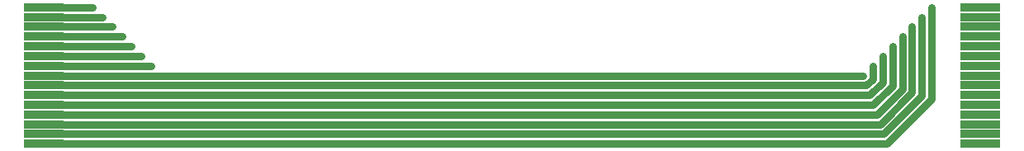
<source format=gbr>
%TF.GenerationSoftware,KiCad,Pcbnew,8.0.3*%
%TF.CreationDate,2024-11-15T18:21:39+09:00*%
%TF.ProjectId,FPC-MD-Main-002-20241115,4650432d-4d44-42d4-9d61-696e2d303032,rev?*%
%TF.SameCoordinates,Original*%
%TF.FileFunction,Copper,L2,Bot*%
%TF.FilePolarity,Positive*%
%FSLAX46Y46*%
G04 Gerber Fmt 4.6, Leading zero omitted, Abs format (unit mm)*
G04 Created by KiCad (PCBNEW 8.0.3) date 2024-11-15 18:21:39*
%MOMM*%
%LPD*%
G01*
G04 APERTURE LIST*
G04 Aperture macros list*
%AMRoundRect*
0 Rectangle with rounded corners*
0 $1 Rounding radius*
0 $2 $3 $4 $5 $6 $7 $8 $9 X,Y pos of 4 corners*
0 Add a 4 corners polygon primitive as box body*
4,1,4,$2,$3,$4,$5,$6,$7,$8,$9,$2,$3,0*
0 Add four circle primitives for the rounded corners*
1,1,$1+$1,$2,$3*
1,1,$1+$1,$4,$5*
1,1,$1+$1,$6,$7*
1,1,$1+$1,$8,$9*
0 Add four rect primitives between the rounded corners*
20,1,$1+$1,$2,$3,$4,$5,0*
20,1,$1+$1,$4,$5,$6,$7,0*
20,1,$1+$1,$6,$7,$8,$9,0*
20,1,$1+$1,$8,$9,$2,$3,0*%
G04 Aperture macros list end*
%TA.AperFunction,SMDPad,CuDef*%
%ADD10RoundRect,0.000000X2.000000X-0.350000X2.000000X0.350000X-2.000000X0.350000X-2.000000X-0.350000X0*%
%TD*%
%TA.AperFunction,SMDPad,CuDef*%
%ADD11RoundRect,0.000000X-2.000000X0.350000X-2.000000X-0.350000X2.000000X-0.350000X2.000000X0.350000X0*%
%TD*%
%TA.AperFunction,ViaPad*%
%ADD12C,0.600000*%
%TD*%
%TA.AperFunction,Conductor*%
%ADD13C,0.750000*%
%TD*%
G04 APERTURE END LIST*
D10*
%TO.P,J2,1,Pin_1*%
%TO.N,Net-(J1-Pin_1)*%
X96000000Y7000000D03*
%TO.P,J2,2,Pin_2*%
%TO.N,Net-(J1-Pin_2)*%
X96000000Y6000000D03*
%TO.P,J2,3,Pin_3*%
%TO.N,Net-(J1-Pin_3)*%
X96000000Y5000000D03*
%TO.P,J2,4,Pin_4*%
%TO.N,Net-(J1-Pin_4)*%
X96000000Y4000000D03*
%TO.P,J2,5,Pin_5*%
%TO.N,Net-(J1-Pin_5)*%
X96000000Y3000000D03*
%TO.P,J2,6,Pin_6*%
%TO.N,Net-(J1-Pin_6)*%
X96000000Y2000000D03*
%TO.P,J2,7,Pin_7*%
%TO.N,Net-(J1-Pin_7)*%
X96000000Y1000000D03*
%TO.P,J2,8,Pin_8*%
%TO.N,Net-(J1-Pin_8)*%
X96000000Y0D03*
%TO.P,J2,9,Pin_9*%
%TO.N,Net-(J1-Pin_9)*%
X96000000Y-1000000D03*
%TO.P,J2,10,Pin_10*%
%TO.N,Net-(J1-Pin_10)*%
X96000000Y-2000000D03*
%TO.P,J2,11,Pin_11*%
%TO.N,Net-(J1-Pin_11)*%
X96000000Y-3000000D03*
%TO.P,J2,12,Pin_12*%
%TO.N,Net-(J1-Pin_12)*%
X96000000Y-4000000D03*
%TO.P,J2,13,Pin_13*%
%TO.N,Net-(J1-Pin_13)*%
X96000000Y-5000000D03*
%TO.P,J2,14,Pin_14*%
%TO.N,Net-(J1-Pin_14)*%
X96000000Y-6000000D03*
%TO.P,J2,15,Pin_15*%
%TO.N,Net-(J1-Pin_15)*%
X96000000Y-7000000D03*
%TD*%
D11*
%TO.P,J1,1,Pin_1*%
%TO.N,Net-(J1-Pin_1)*%
X0Y-7000000D03*
%TO.P,J1,2,Pin_2*%
%TO.N,Net-(J1-Pin_2)*%
X0Y-6000000D03*
%TO.P,J1,3,Pin_3*%
%TO.N,Net-(J1-Pin_3)*%
X0Y-5000000D03*
%TO.P,J1,4,Pin_4*%
%TO.N,Net-(J1-Pin_4)*%
X0Y-4000000D03*
%TO.P,J1,5,Pin_5*%
%TO.N,Net-(J1-Pin_5)*%
X0Y-3000000D03*
%TO.P,J1,6,Pin_6*%
%TO.N,Net-(J1-Pin_6)*%
X0Y-2000000D03*
%TO.P,J1,7,Pin_7*%
%TO.N,Net-(J1-Pin_7)*%
X0Y-1000000D03*
%TO.P,J1,8,Pin_8*%
%TO.N,Net-(J1-Pin_8)*%
X0Y0D03*
%TO.P,J1,9,Pin_9*%
%TO.N,Net-(J1-Pin_9)*%
X0Y1000000D03*
%TO.P,J1,10,Pin_10*%
%TO.N,Net-(J1-Pin_10)*%
X0Y2000000D03*
%TO.P,J1,11,Pin_11*%
%TO.N,Net-(J1-Pin_11)*%
X0Y3000000D03*
%TO.P,J1,12,Pin_12*%
%TO.N,Net-(J1-Pin_12)*%
X0Y4000000D03*
%TO.P,J1,13,Pin_13*%
%TO.N,Net-(J1-Pin_13)*%
X0Y5000000D03*
%TO.P,J1,14,Pin_14*%
%TO.N,Net-(J1-Pin_14)*%
X0Y6000000D03*
%TO.P,J1,15,Pin_15*%
%TO.N,Net-(J1-Pin_15)*%
X0Y7000000D03*
%TD*%
D12*
%TO.N,Net-(J1-Pin_8)*%
X0Y0D03*
%TO.N,Net-(J1-Pin_7)*%
X0Y-1000000D03*
%TO.N,Net-(J1-Pin_6)*%
X0Y-2000000D03*
%TO.N,Net-(J1-Pin_5)*%
X0Y-3000000D03*
%TO.N,Net-(J1-Pin_4)*%
X0Y-4000000D03*
%TO.N,Net-(J1-Pin_3)*%
X0Y-5000000D03*
%TO.N,Net-(J1-Pin_8)*%
X84000000Y0D03*
%TO.N,Net-(J1-Pin_7)*%
X85000000Y1000000D03*
%TO.N,Net-(J1-Pin_6)*%
X86000000Y2000000D03*
%TO.N,Net-(J1-Pin_5)*%
X87000000Y3000000D03*
%TO.N,Net-(J1-Pin_4)*%
X88000000Y4000000D03*
%TO.N,Net-(J1-Pin_3)*%
X89000000Y5000000D03*
%TO.N,Net-(J1-Pin_15)*%
X5000000Y7000000D03*
%TO.N,Net-(J1-Pin_14)*%
X6000000Y6000000D03*
%TO.N,Net-(J1-Pin_13)*%
X7000000Y5000000D03*
%TO.N,Net-(J1-Pin_12)*%
X8000000Y4000000D03*
%TO.N,Net-(J1-Pin_11)*%
X9000000Y3000000D03*
%TO.N,Net-(J1-Pin_10)*%
X10000000Y2000000D03*
%TO.N,Net-(J1-Pin_9)*%
X11000000Y1000000D03*
%TO.N,Net-(J1-Pin_1)*%
X0Y-7000000D03*
%TO.N,Net-(J1-Pin_2)*%
X0Y-6000000D03*
%TO.N,Net-(J1-Pin_9)*%
X0Y1000000D03*
%TO.N,Net-(J1-Pin_10)*%
X0Y2000000D03*
%TO.N,Net-(J1-Pin_11)*%
X0Y3000000D03*
%TO.N,Net-(J1-Pin_12)*%
X0Y4000000D03*
%TO.N,Net-(J1-Pin_13)*%
X0Y5000000D03*
%TO.N,Net-(J1-Pin_14)*%
X0Y6000000D03*
%TO.N,Net-(J1-Pin_15)*%
X0Y7000000D03*
X96000000Y-7000000D03*
%TO.N,Net-(J1-Pin_14)*%
X96000000Y-6000000D03*
%TO.N,Net-(J1-Pin_13)*%
X96000000Y-5000000D03*
%TO.N,Net-(J1-Pin_12)*%
X96000000Y-4000000D03*
%TO.N,Net-(J1-Pin_11)*%
X96000000Y-3000000D03*
%TO.N,Net-(J1-Pin_10)*%
X96000000Y-2000000D03*
%TO.N,Net-(J1-Pin_9)*%
X96000000Y-1000000D03*
%TO.N,Net-(J1-Pin_8)*%
X96000000Y0D03*
%TO.N,Net-(J1-Pin_7)*%
X96000000Y1000000D03*
%TO.N,Net-(J1-Pin_6)*%
X96000000Y2000000D03*
%TO.N,Net-(J1-Pin_5)*%
X96000000Y3000000D03*
%TO.N,Net-(J1-Pin_4)*%
X96000000Y4000000D03*
%TO.N,Net-(J1-Pin_3)*%
X96000000Y5000000D03*
%TO.N,Net-(J1-Pin_2)*%
X96000000Y6000000D03*
%TO.N,Net-(J1-Pin_1)*%
X96000000Y7000000D03*
X91000000Y7000000D03*
%TO.N,Net-(J1-Pin_2)*%
X90000000Y6000000D03*
%TD*%
D13*
%TO.N,Net-(J1-Pin_1)*%
X86404520Y-7000000D02*
X0Y-7000000D01*
X91000000Y-2404520D02*
X86404520Y-7000000D01*
X91000000Y7000000D02*
X91000000Y-2404520D01*
%TO.N,Net-(J1-Pin_2)*%
X86061017Y-6000000D02*
X0Y-6000000D01*
X90000000Y-2061017D02*
X86061017Y-6000000D01*
X90000000Y6000000D02*
X90000000Y-2061017D01*
%TO.N,Net-(J1-Pin_3)*%
X85717514Y-5000000D02*
X0Y-5000000D01*
X89000000Y-1717514D02*
X85717514Y-5000000D01*
X89000000Y5000000D02*
X89000000Y-1717514D01*
%TO.N,Net-(J1-Pin_5)*%
X85030509Y-3000000D02*
X0Y-3000000D01*
X87000000Y-1030509D02*
X85030509Y-3000000D01*
X87000000Y3000000D02*
X87000000Y-1030509D01*
%TO.N,Net-(J1-Pin_4)*%
X85374011Y-4000000D02*
X88000000Y-1374011D01*
X0Y-4000000D02*
X85374011Y-4000000D01*
X88000000Y-1374011D02*
X88000000Y4000000D01*
%TO.N,Net-(J1-Pin_6)*%
X84687006Y-2000000D02*
X86000000Y-687006D01*
X0Y-2000000D02*
X84687006Y-2000000D01*
X86000000Y-687006D02*
X86000000Y2000000D01*
%TO.N,Net-(J1-Pin_7)*%
X84343503Y-1000000D02*
X0Y-1000000D01*
X85000000Y-343503D02*
X84343503Y-1000000D01*
X85000000Y1000000D02*
X85000000Y-343503D01*
%TO.N,Net-(J1-Pin_8)*%
X0Y0D02*
X84000000Y0D01*
%TO.N,Net-(J1-Pin_10)*%
X0Y2000000D02*
X10000000Y2000000D01*
%TO.N,Net-(J1-Pin_11)*%
X9000000Y3000000D02*
X0Y3000000D01*
%TO.N,Net-(J1-Pin_12)*%
X0Y4000000D02*
X8000000Y4000000D01*
%TO.N,Net-(J1-Pin_13)*%
X0Y5000000D02*
X7000000Y5000000D01*
%TO.N,Net-(J1-Pin_14)*%
X0Y6000000D02*
X6000000Y6000000D01*
%TO.N,Net-(J1-Pin_15)*%
X0Y7000000D02*
X5000000Y7000000D01*
%TO.N,Net-(J1-Pin_9)*%
X11000000Y1000000D02*
X0Y1000000D01*
%TD*%
M02*

</source>
